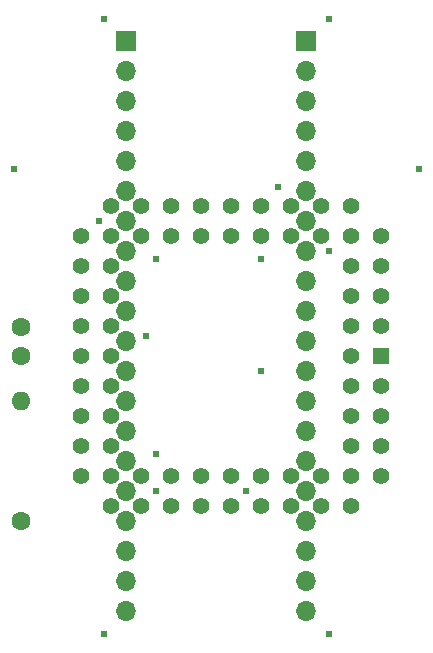
<source format=gbs>
G04 #@! TF.GenerationSoftware,KiCad,Pcbnew,(6.0.10-0)*
G04 #@! TF.CreationDate,2022-12-24T01:35:34+09:00*
G04 #@! TF.ProjectId,MEZZ180,4d455a5a-3138-4302-9e6b-696361645f70,A*
G04 #@! TF.SameCoordinates,PX5f5e100PY8f0d180*
G04 #@! TF.FileFunction,Soldermask,Bot*
G04 #@! TF.FilePolarity,Negative*
%FSLAX46Y46*%
G04 Gerber Fmt 4.6, Leading zero omitted, Abs format (unit mm)*
G04 Created by KiCad (PCBNEW (6.0.10-0)) date 2022-12-24 01:35:34*
%MOMM*%
%LPD*%
G01*
G04 APERTURE LIST*
%ADD10C,1.600000*%
%ADD11O,1.600000X1.600000*%
%ADD12R,1.700000X1.700000*%
%ADD13O,1.700000X1.700000*%
%ADD14C,1.422400*%
%ADD15R,1.422400X1.422400*%
%ADD16C,0.605000*%
G04 APERTURE END LIST*
D10*
X1905000Y11430000D03*
D11*
X1905000Y21590000D03*
D12*
X10795000Y52070000D03*
D13*
X10795000Y49530000D03*
X10795000Y46990000D03*
X10795000Y44450000D03*
X10795000Y41910000D03*
X10795000Y39370000D03*
X10795000Y36830000D03*
X10795000Y34290000D03*
X10795000Y31750000D03*
X10795000Y29210000D03*
X10795000Y26670000D03*
X10795000Y24130000D03*
X10795000Y21590000D03*
X10795000Y19050000D03*
X10795000Y16510000D03*
X10795000Y13970000D03*
X10795000Y11430000D03*
X10795000Y8890000D03*
X10795000Y6350000D03*
X10795000Y3810000D03*
D14*
X29845000Y22860000D03*
X32385000Y22860000D03*
X29845000Y20320000D03*
X32385000Y20320000D03*
X29845000Y17780000D03*
X32385000Y17780000D03*
X29845000Y15240000D03*
X32385000Y15240000D03*
X29845000Y12700000D03*
X27305000Y15240000D03*
X27305000Y12700000D03*
X24765000Y15240000D03*
X24765000Y12700000D03*
X22225000Y15240000D03*
X22225000Y12700000D03*
X19685000Y15240000D03*
X19685000Y12700000D03*
X17145000Y15240000D03*
X17145000Y12700000D03*
X14605000Y15240000D03*
X14605000Y12700000D03*
X12065000Y15240000D03*
X12065000Y12700000D03*
X9525000Y15240000D03*
X9525000Y12700000D03*
X6985000Y15240000D03*
X9525000Y17780000D03*
X6985000Y17780000D03*
X9525000Y20320000D03*
X6985000Y20320000D03*
X9525000Y22860000D03*
X6985000Y22860000D03*
X9525000Y25400000D03*
X6985000Y25400000D03*
X9525000Y27940000D03*
X6985000Y27940000D03*
X9525000Y30480000D03*
X6985000Y30480000D03*
X9525000Y33020000D03*
X6985000Y33020000D03*
X9525000Y35560000D03*
X6985000Y35560000D03*
X9525000Y38100000D03*
X12065000Y35560000D03*
X12065000Y38100000D03*
X14605000Y35560000D03*
X14605000Y38100000D03*
X17145000Y35560000D03*
X17145000Y38100000D03*
X19685000Y35560000D03*
X19685000Y38100000D03*
X22225000Y35560000D03*
X22225000Y38100000D03*
X24765000Y35560000D03*
X24765000Y38100000D03*
X27305000Y35560000D03*
X27305000Y38100000D03*
X29845000Y35560000D03*
X29845000Y38100000D03*
X32385000Y35560000D03*
X29845000Y33020000D03*
X32385000Y33020000D03*
X29845000Y30480000D03*
X32385000Y30480000D03*
X29845000Y27940000D03*
X32385000Y27940000D03*
X29845000Y25400000D03*
D15*
X32385000Y25400000D03*
D10*
X1905000Y27920000D03*
X1905000Y25420000D03*
D13*
X26035000Y3810000D03*
X26035000Y6350000D03*
X26035000Y8890000D03*
X26035000Y11430000D03*
X26035000Y13970000D03*
X26035000Y16510000D03*
X26035000Y19050000D03*
X26035000Y21590000D03*
X26035000Y24130000D03*
X26035000Y26670000D03*
X26035000Y29210000D03*
X26035000Y31750000D03*
X26035000Y34290000D03*
X26035000Y36830000D03*
X26035000Y39370000D03*
X26035000Y41910000D03*
X26035000Y44450000D03*
X26035000Y46990000D03*
X26035000Y49530000D03*
D12*
X26035000Y52070000D03*
D16*
X23622000Y39751000D03*
X20955000Y13970000D03*
X13335000Y13970000D03*
X27940000Y34290000D03*
X22225000Y24130000D03*
X13335000Y33655000D03*
X22225000Y33655000D03*
X13335000Y17145000D03*
X8890000Y1905000D03*
X27940000Y1905000D03*
X1270000Y41275000D03*
X35560000Y41275000D03*
X8890000Y53975000D03*
X27940000Y53975000D03*
X12427900Y27133200D03*
X8479700Y36826200D03*
M02*

</source>
